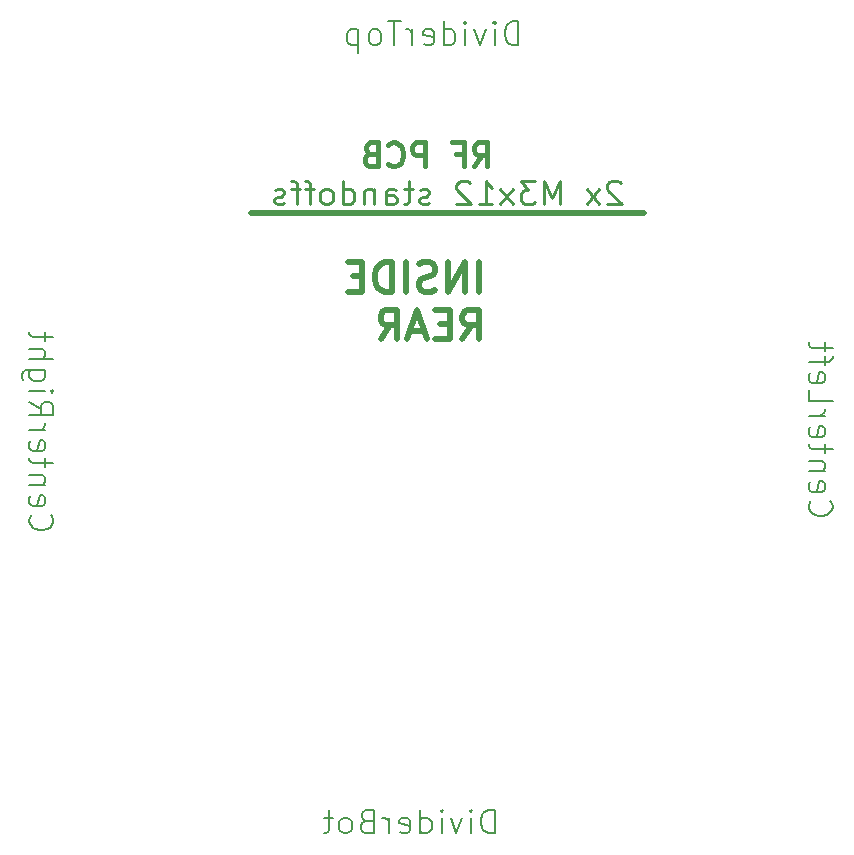
<source format=gbr>
%TF.GenerationSoftware,KiCad,Pcbnew,7.0.5-0*%
%TF.CreationDate,2024-04-21T20:23:48-04:00*%
%TF.ProjectId,swr_meter_divider,7377725f-6d65-4746-9572-5f6469766964,rev?*%
%TF.SameCoordinates,Original*%
%TF.FileFunction,Legend,Bot*%
%TF.FilePolarity,Positive*%
%FSLAX46Y46*%
G04 Gerber Fmt 4.6, Leading zero omitted, Abs format (unit mm)*
G04 Created by KiCad (PCBNEW 7.0.5-0) date 2024-04-21 20:23:48*
%MOMM*%
%LPD*%
G01*
G04 APERTURE LIST*
%ADD10C,0.500000*%
%ADD11C,0.200000*%
%ADD12C,0.400000*%
%ADD13C,0.250000*%
G04 APERTURE END LIST*
D10*
X121525542Y-45083627D02*
X154825542Y-45083627D01*
D11*
X102971180Y-70633001D02*
X102875942Y-70728239D01*
X102875942Y-70728239D02*
X102780703Y-71013953D01*
X102780703Y-71013953D02*
X102780703Y-71204429D01*
X102780703Y-71204429D02*
X102875942Y-71490144D01*
X102875942Y-71490144D02*
X103066418Y-71680620D01*
X103066418Y-71680620D02*
X103256894Y-71775858D01*
X103256894Y-71775858D02*
X103637846Y-71871096D01*
X103637846Y-71871096D02*
X103923561Y-71871096D01*
X103923561Y-71871096D02*
X104304513Y-71775858D01*
X104304513Y-71775858D02*
X104494989Y-71680620D01*
X104494989Y-71680620D02*
X104685465Y-71490144D01*
X104685465Y-71490144D02*
X104780703Y-71204429D01*
X104780703Y-71204429D02*
X104780703Y-71013953D01*
X104780703Y-71013953D02*
X104685465Y-70728239D01*
X104685465Y-70728239D02*
X104590227Y-70633001D01*
X102875942Y-69013953D02*
X102780703Y-69204429D01*
X102780703Y-69204429D02*
X102780703Y-69585382D01*
X102780703Y-69585382D02*
X102875942Y-69775858D01*
X102875942Y-69775858D02*
X103066418Y-69871096D01*
X103066418Y-69871096D02*
X103828322Y-69871096D01*
X103828322Y-69871096D02*
X104018799Y-69775858D01*
X104018799Y-69775858D02*
X104114037Y-69585382D01*
X104114037Y-69585382D02*
X104114037Y-69204429D01*
X104114037Y-69204429D02*
X104018799Y-69013953D01*
X104018799Y-69013953D02*
X103828322Y-68918715D01*
X103828322Y-68918715D02*
X103637846Y-68918715D01*
X103637846Y-68918715D02*
X103447370Y-69871096D01*
X104114037Y-68061572D02*
X102780703Y-68061572D01*
X103923561Y-68061572D02*
X104018799Y-67966334D01*
X104018799Y-67966334D02*
X104114037Y-67775858D01*
X104114037Y-67775858D02*
X104114037Y-67490143D01*
X104114037Y-67490143D02*
X104018799Y-67299667D01*
X104018799Y-67299667D02*
X103828322Y-67204429D01*
X103828322Y-67204429D02*
X102780703Y-67204429D01*
X104114037Y-66537762D02*
X104114037Y-65775858D01*
X104780703Y-66252048D02*
X103066418Y-66252048D01*
X103066418Y-66252048D02*
X102875942Y-66156810D01*
X102875942Y-66156810D02*
X102780703Y-65966334D01*
X102780703Y-65966334D02*
X102780703Y-65775858D01*
X102875942Y-64347286D02*
X102780703Y-64537762D01*
X102780703Y-64537762D02*
X102780703Y-64918715D01*
X102780703Y-64918715D02*
X102875942Y-65109191D01*
X102875942Y-65109191D02*
X103066418Y-65204429D01*
X103066418Y-65204429D02*
X103828322Y-65204429D01*
X103828322Y-65204429D02*
X104018799Y-65109191D01*
X104018799Y-65109191D02*
X104114037Y-64918715D01*
X104114037Y-64918715D02*
X104114037Y-64537762D01*
X104114037Y-64537762D02*
X104018799Y-64347286D01*
X104018799Y-64347286D02*
X103828322Y-64252048D01*
X103828322Y-64252048D02*
X103637846Y-64252048D01*
X103637846Y-64252048D02*
X103447370Y-65204429D01*
X102780703Y-63394905D02*
X104114037Y-63394905D01*
X103733084Y-63394905D02*
X103923561Y-63299667D01*
X103923561Y-63299667D02*
X104018799Y-63204429D01*
X104018799Y-63204429D02*
X104114037Y-63013953D01*
X104114037Y-63013953D02*
X104114037Y-62823476D01*
X102780703Y-61013953D02*
X103733084Y-61680620D01*
X102780703Y-62156810D02*
X104780703Y-62156810D01*
X104780703Y-62156810D02*
X104780703Y-61394905D01*
X104780703Y-61394905D02*
X104685465Y-61204429D01*
X104685465Y-61204429D02*
X104590227Y-61109191D01*
X104590227Y-61109191D02*
X104399751Y-61013953D01*
X104399751Y-61013953D02*
X104114037Y-61013953D01*
X104114037Y-61013953D02*
X103923561Y-61109191D01*
X103923561Y-61109191D02*
X103828322Y-61204429D01*
X103828322Y-61204429D02*
X103733084Y-61394905D01*
X103733084Y-61394905D02*
X103733084Y-62156810D01*
X102780703Y-60156810D02*
X104114037Y-60156810D01*
X104780703Y-60156810D02*
X104685465Y-60252048D01*
X104685465Y-60252048D02*
X104590227Y-60156810D01*
X104590227Y-60156810D02*
X104685465Y-60061572D01*
X104685465Y-60061572D02*
X104780703Y-60156810D01*
X104780703Y-60156810D02*
X104590227Y-60156810D01*
X104114037Y-58347286D02*
X102494989Y-58347286D01*
X102494989Y-58347286D02*
X102304513Y-58442524D01*
X102304513Y-58442524D02*
X102209275Y-58537762D01*
X102209275Y-58537762D02*
X102114037Y-58728239D01*
X102114037Y-58728239D02*
X102114037Y-59013953D01*
X102114037Y-59013953D02*
X102209275Y-59204429D01*
X102875942Y-58347286D02*
X102780703Y-58537762D01*
X102780703Y-58537762D02*
X102780703Y-58918715D01*
X102780703Y-58918715D02*
X102875942Y-59109191D01*
X102875942Y-59109191D02*
X102971180Y-59204429D01*
X102971180Y-59204429D02*
X103161656Y-59299667D01*
X103161656Y-59299667D02*
X103733084Y-59299667D01*
X103733084Y-59299667D02*
X103923561Y-59204429D01*
X103923561Y-59204429D02*
X104018799Y-59109191D01*
X104018799Y-59109191D02*
X104114037Y-58918715D01*
X104114037Y-58918715D02*
X104114037Y-58537762D01*
X104114037Y-58537762D02*
X104018799Y-58347286D01*
X102780703Y-57394905D02*
X104780703Y-57394905D01*
X102780703Y-56537762D02*
X103828322Y-56537762D01*
X103828322Y-56537762D02*
X104018799Y-56633000D01*
X104018799Y-56633000D02*
X104114037Y-56823476D01*
X104114037Y-56823476D02*
X104114037Y-57109191D01*
X104114037Y-57109191D02*
X104018799Y-57299667D01*
X104018799Y-57299667D02*
X103923561Y-57394905D01*
X104114037Y-55871095D02*
X104114037Y-55109191D01*
X104780703Y-55585381D02*
X103066418Y-55585381D01*
X103066418Y-55585381D02*
X102875942Y-55490143D01*
X102875942Y-55490143D02*
X102780703Y-55299667D01*
X102780703Y-55299667D02*
X102780703Y-55109191D01*
D12*
X140393337Y-41068065D02*
X141060004Y-40115684D01*
X141536194Y-41068065D02*
X141536194Y-39068065D01*
X141536194Y-39068065D02*
X140774289Y-39068065D01*
X140774289Y-39068065D02*
X140583813Y-39163303D01*
X140583813Y-39163303D02*
X140488575Y-39258541D01*
X140488575Y-39258541D02*
X140393337Y-39449017D01*
X140393337Y-39449017D02*
X140393337Y-39734731D01*
X140393337Y-39734731D02*
X140488575Y-39925207D01*
X140488575Y-39925207D02*
X140583813Y-40020446D01*
X140583813Y-40020446D02*
X140774289Y-40115684D01*
X140774289Y-40115684D02*
X141536194Y-40115684D01*
X138869527Y-40020446D02*
X139536194Y-40020446D01*
X139536194Y-41068065D02*
X139536194Y-39068065D01*
X139536194Y-39068065D02*
X138583813Y-39068065D01*
X136298098Y-41068065D02*
X136298098Y-39068065D01*
X136298098Y-39068065D02*
X135536193Y-39068065D01*
X135536193Y-39068065D02*
X135345717Y-39163303D01*
X135345717Y-39163303D02*
X135250479Y-39258541D01*
X135250479Y-39258541D02*
X135155241Y-39449017D01*
X135155241Y-39449017D02*
X135155241Y-39734731D01*
X135155241Y-39734731D02*
X135250479Y-39925207D01*
X135250479Y-39925207D02*
X135345717Y-40020446D01*
X135345717Y-40020446D02*
X135536193Y-40115684D01*
X135536193Y-40115684D02*
X136298098Y-40115684D01*
X133155241Y-40877588D02*
X133250479Y-40972827D01*
X133250479Y-40972827D02*
X133536193Y-41068065D01*
X133536193Y-41068065D02*
X133726669Y-41068065D01*
X133726669Y-41068065D02*
X134012384Y-40972827D01*
X134012384Y-40972827D02*
X134202860Y-40782350D01*
X134202860Y-40782350D02*
X134298098Y-40591874D01*
X134298098Y-40591874D02*
X134393336Y-40210922D01*
X134393336Y-40210922D02*
X134393336Y-39925207D01*
X134393336Y-39925207D02*
X134298098Y-39544255D01*
X134298098Y-39544255D02*
X134202860Y-39353779D01*
X134202860Y-39353779D02*
X134012384Y-39163303D01*
X134012384Y-39163303D02*
X133726669Y-39068065D01*
X133726669Y-39068065D02*
X133536193Y-39068065D01*
X133536193Y-39068065D02*
X133250479Y-39163303D01*
X133250479Y-39163303D02*
X133155241Y-39258541D01*
X131631431Y-40020446D02*
X131345717Y-40115684D01*
X131345717Y-40115684D02*
X131250479Y-40210922D01*
X131250479Y-40210922D02*
X131155241Y-40401398D01*
X131155241Y-40401398D02*
X131155241Y-40687112D01*
X131155241Y-40687112D02*
X131250479Y-40877588D01*
X131250479Y-40877588D02*
X131345717Y-40972827D01*
X131345717Y-40972827D02*
X131536193Y-41068065D01*
X131536193Y-41068065D02*
X132298098Y-41068065D01*
X132298098Y-41068065D02*
X132298098Y-39068065D01*
X132298098Y-39068065D02*
X131631431Y-39068065D01*
X131631431Y-39068065D02*
X131440955Y-39163303D01*
X131440955Y-39163303D02*
X131345717Y-39258541D01*
X131345717Y-39258541D02*
X131250479Y-39449017D01*
X131250479Y-39449017D02*
X131250479Y-39639493D01*
X131250479Y-39639493D02*
X131345717Y-39829969D01*
X131345717Y-39829969D02*
X131440955Y-39925207D01*
X131440955Y-39925207D02*
X131631431Y-40020446D01*
X131631431Y-40020446D02*
X132298098Y-40020446D01*
D10*
X140851356Y-51726674D02*
X140851356Y-49226674D01*
X139660880Y-51726674D02*
X139660880Y-49226674D01*
X139660880Y-49226674D02*
X138232309Y-51726674D01*
X138232309Y-51726674D02*
X138232309Y-49226674D01*
X137160880Y-51607627D02*
X136803737Y-51726674D01*
X136803737Y-51726674D02*
X136208499Y-51726674D01*
X136208499Y-51726674D02*
X135970404Y-51607627D01*
X135970404Y-51607627D02*
X135851356Y-51488579D01*
X135851356Y-51488579D02*
X135732309Y-51250484D01*
X135732309Y-51250484D02*
X135732309Y-51012388D01*
X135732309Y-51012388D02*
X135851356Y-50774293D01*
X135851356Y-50774293D02*
X135970404Y-50655246D01*
X135970404Y-50655246D02*
X136208499Y-50536198D01*
X136208499Y-50536198D02*
X136684690Y-50417150D01*
X136684690Y-50417150D02*
X136922785Y-50298103D01*
X136922785Y-50298103D02*
X137041832Y-50179055D01*
X137041832Y-50179055D02*
X137160880Y-49940960D01*
X137160880Y-49940960D02*
X137160880Y-49702865D01*
X137160880Y-49702865D02*
X137041832Y-49464769D01*
X137041832Y-49464769D02*
X136922785Y-49345722D01*
X136922785Y-49345722D02*
X136684690Y-49226674D01*
X136684690Y-49226674D02*
X136089451Y-49226674D01*
X136089451Y-49226674D02*
X135732309Y-49345722D01*
X134660880Y-51726674D02*
X134660880Y-49226674D01*
X133470404Y-51726674D02*
X133470404Y-49226674D01*
X133470404Y-49226674D02*
X132875166Y-49226674D01*
X132875166Y-49226674D02*
X132518023Y-49345722D01*
X132518023Y-49345722D02*
X132279928Y-49583817D01*
X132279928Y-49583817D02*
X132160881Y-49821912D01*
X132160881Y-49821912D02*
X132041833Y-50298103D01*
X132041833Y-50298103D02*
X132041833Y-50655246D01*
X132041833Y-50655246D02*
X132160881Y-51131436D01*
X132160881Y-51131436D02*
X132279928Y-51369531D01*
X132279928Y-51369531D02*
X132518023Y-51607627D01*
X132518023Y-51607627D02*
X132875166Y-51726674D01*
X132875166Y-51726674D02*
X133470404Y-51726674D01*
X130970404Y-50417150D02*
X130137071Y-50417150D01*
X129779928Y-51726674D02*
X130970404Y-51726674D01*
X130970404Y-51726674D02*
X130970404Y-49226674D01*
X130970404Y-49226674D02*
X129779928Y-49226674D01*
X139422785Y-55751674D02*
X140256118Y-54561198D01*
X140851356Y-55751674D02*
X140851356Y-53251674D01*
X140851356Y-53251674D02*
X139898975Y-53251674D01*
X139898975Y-53251674D02*
X139660880Y-53370722D01*
X139660880Y-53370722D02*
X139541833Y-53489769D01*
X139541833Y-53489769D02*
X139422785Y-53727865D01*
X139422785Y-53727865D02*
X139422785Y-54085007D01*
X139422785Y-54085007D02*
X139541833Y-54323103D01*
X139541833Y-54323103D02*
X139660880Y-54442150D01*
X139660880Y-54442150D02*
X139898975Y-54561198D01*
X139898975Y-54561198D02*
X140851356Y-54561198D01*
X138351356Y-54442150D02*
X137518023Y-54442150D01*
X137160880Y-55751674D02*
X138351356Y-55751674D01*
X138351356Y-55751674D02*
X138351356Y-53251674D01*
X138351356Y-53251674D02*
X137160880Y-53251674D01*
X136208499Y-55037388D02*
X135018023Y-55037388D01*
X136446594Y-55751674D02*
X135613261Y-53251674D01*
X135613261Y-53251674D02*
X134779928Y-55751674D01*
X132518023Y-55751674D02*
X133351356Y-54561198D01*
X133946594Y-55751674D02*
X133946594Y-53251674D01*
X133946594Y-53251674D02*
X132994213Y-53251674D01*
X132994213Y-53251674D02*
X132756118Y-53370722D01*
X132756118Y-53370722D02*
X132637071Y-53489769D01*
X132637071Y-53489769D02*
X132518023Y-53727865D01*
X132518023Y-53727865D02*
X132518023Y-54085007D01*
X132518023Y-54085007D02*
X132637071Y-54323103D01*
X132637071Y-54323103D02*
X132756118Y-54442150D01*
X132756118Y-54442150D02*
X132994213Y-54561198D01*
X132994213Y-54561198D02*
X133946594Y-54561198D01*
D11*
X168971180Y-69433001D02*
X168875942Y-69528239D01*
X168875942Y-69528239D02*
X168780703Y-69813953D01*
X168780703Y-69813953D02*
X168780703Y-70004429D01*
X168780703Y-70004429D02*
X168875942Y-70290144D01*
X168875942Y-70290144D02*
X169066418Y-70480620D01*
X169066418Y-70480620D02*
X169256894Y-70575858D01*
X169256894Y-70575858D02*
X169637846Y-70671096D01*
X169637846Y-70671096D02*
X169923561Y-70671096D01*
X169923561Y-70671096D02*
X170304513Y-70575858D01*
X170304513Y-70575858D02*
X170494989Y-70480620D01*
X170494989Y-70480620D02*
X170685465Y-70290144D01*
X170685465Y-70290144D02*
X170780703Y-70004429D01*
X170780703Y-70004429D02*
X170780703Y-69813953D01*
X170780703Y-69813953D02*
X170685465Y-69528239D01*
X170685465Y-69528239D02*
X170590227Y-69433001D01*
X168875942Y-67813953D02*
X168780703Y-68004429D01*
X168780703Y-68004429D02*
X168780703Y-68385382D01*
X168780703Y-68385382D02*
X168875942Y-68575858D01*
X168875942Y-68575858D02*
X169066418Y-68671096D01*
X169066418Y-68671096D02*
X169828322Y-68671096D01*
X169828322Y-68671096D02*
X170018799Y-68575858D01*
X170018799Y-68575858D02*
X170114037Y-68385382D01*
X170114037Y-68385382D02*
X170114037Y-68004429D01*
X170114037Y-68004429D02*
X170018799Y-67813953D01*
X170018799Y-67813953D02*
X169828322Y-67718715D01*
X169828322Y-67718715D02*
X169637846Y-67718715D01*
X169637846Y-67718715D02*
X169447370Y-68671096D01*
X170114037Y-66861572D02*
X168780703Y-66861572D01*
X169923561Y-66861572D02*
X170018799Y-66766334D01*
X170018799Y-66766334D02*
X170114037Y-66575858D01*
X170114037Y-66575858D02*
X170114037Y-66290143D01*
X170114037Y-66290143D02*
X170018799Y-66099667D01*
X170018799Y-66099667D02*
X169828322Y-66004429D01*
X169828322Y-66004429D02*
X168780703Y-66004429D01*
X170114037Y-65337762D02*
X170114037Y-64575858D01*
X170780703Y-65052048D02*
X169066418Y-65052048D01*
X169066418Y-65052048D02*
X168875942Y-64956810D01*
X168875942Y-64956810D02*
X168780703Y-64766334D01*
X168780703Y-64766334D02*
X168780703Y-64575858D01*
X168875942Y-63147286D02*
X168780703Y-63337762D01*
X168780703Y-63337762D02*
X168780703Y-63718715D01*
X168780703Y-63718715D02*
X168875942Y-63909191D01*
X168875942Y-63909191D02*
X169066418Y-64004429D01*
X169066418Y-64004429D02*
X169828322Y-64004429D01*
X169828322Y-64004429D02*
X170018799Y-63909191D01*
X170018799Y-63909191D02*
X170114037Y-63718715D01*
X170114037Y-63718715D02*
X170114037Y-63337762D01*
X170114037Y-63337762D02*
X170018799Y-63147286D01*
X170018799Y-63147286D02*
X169828322Y-63052048D01*
X169828322Y-63052048D02*
X169637846Y-63052048D01*
X169637846Y-63052048D02*
X169447370Y-64004429D01*
X168780703Y-62194905D02*
X170114037Y-62194905D01*
X169733084Y-62194905D02*
X169923561Y-62099667D01*
X169923561Y-62099667D02*
X170018799Y-62004429D01*
X170018799Y-62004429D02*
X170114037Y-61813953D01*
X170114037Y-61813953D02*
X170114037Y-61623476D01*
X168780703Y-60004429D02*
X168780703Y-60956810D01*
X168780703Y-60956810D02*
X170780703Y-60956810D01*
X168875942Y-58575857D02*
X168780703Y-58766333D01*
X168780703Y-58766333D02*
X168780703Y-59147286D01*
X168780703Y-59147286D02*
X168875942Y-59337762D01*
X168875942Y-59337762D02*
X169066418Y-59433000D01*
X169066418Y-59433000D02*
X169828322Y-59433000D01*
X169828322Y-59433000D02*
X170018799Y-59337762D01*
X170018799Y-59337762D02*
X170114037Y-59147286D01*
X170114037Y-59147286D02*
X170114037Y-58766333D01*
X170114037Y-58766333D02*
X170018799Y-58575857D01*
X170018799Y-58575857D02*
X169828322Y-58480619D01*
X169828322Y-58480619D02*
X169637846Y-58480619D01*
X169637846Y-58480619D02*
X169447370Y-59433000D01*
X170114037Y-57909190D02*
X170114037Y-57147286D01*
X168780703Y-57623476D02*
X170494989Y-57623476D01*
X170494989Y-57623476D02*
X170685465Y-57528238D01*
X170685465Y-57528238D02*
X170780703Y-57337762D01*
X170780703Y-57337762D02*
X170780703Y-57147286D01*
X170114037Y-56766333D02*
X170114037Y-56004429D01*
X170780703Y-56480619D02*
X169066418Y-56480619D01*
X169066418Y-56480619D02*
X168875942Y-56385381D01*
X168875942Y-56385381D02*
X168780703Y-56194905D01*
X168780703Y-56194905D02*
X168780703Y-56004429D01*
D13*
X152842209Y-42516341D02*
X152746971Y-42421103D01*
X152746971Y-42421103D02*
X152556495Y-42325865D01*
X152556495Y-42325865D02*
X152080304Y-42325865D01*
X152080304Y-42325865D02*
X151889828Y-42421103D01*
X151889828Y-42421103D02*
X151794590Y-42516341D01*
X151794590Y-42516341D02*
X151699352Y-42706817D01*
X151699352Y-42706817D02*
X151699352Y-42897293D01*
X151699352Y-42897293D02*
X151794590Y-43183007D01*
X151794590Y-43183007D02*
X152937447Y-44325865D01*
X152937447Y-44325865D02*
X151699352Y-44325865D01*
X151032685Y-44325865D02*
X149985066Y-42992531D01*
X151032685Y-42992531D02*
X149985066Y-44325865D01*
X147699351Y-44325865D02*
X147699351Y-42325865D01*
X147699351Y-42325865D02*
X147032684Y-43754436D01*
X147032684Y-43754436D02*
X146366018Y-42325865D01*
X146366018Y-42325865D02*
X146366018Y-44325865D01*
X145604113Y-42325865D02*
X144366018Y-42325865D01*
X144366018Y-42325865D02*
X145032685Y-43087769D01*
X145032685Y-43087769D02*
X144746970Y-43087769D01*
X144746970Y-43087769D02*
X144556494Y-43183007D01*
X144556494Y-43183007D02*
X144461256Y-43278246D01*
X144461256Y-43278246D02*
X144366018Y-43468722D01*
X144366018Y-43468722D02*
X144366018Y-43944912D01*
X144366018Y-43944912D02*
X144461256Y-44135388D01*
X144461256Y-44135388D02*
X144556494Y-44230627D01*
X144556494Y-44230627D02*
X144746970Y-44325865D01*
X144746970Y-44325865D02*
X145318399Y-44325865D01*
X145318399Y-44325865D02*
X145508875Y-44230627D01*
X145508875Y-44230627D02*
X145604113Y-44135388D01*
X143699351Y-44325865D02*
X142651732Y-42992531D01*
X143699351Y-42992531D02*
X142651732Y-44325865D01*
X140842208Y-44325865D02*
X141985065Y-44325865D01*
X141413637Y-44325865D02*
X141413637Y-42325865D01*
X141413637Y-42325865D02*
X141604113Y-42611579D01*
X141604113Y-42611579D02*
X141794589Y-42802055D01*
X141794589Y-42802055D02*
X141985065Y-42897293D01*
X140080303Y-42516341D02*
X139985065Y-42421103D01*
X139985065Y-42421103D02*
X139794589Y-42325865D01*
X139794589Y-42325865D02*
X139318398Y-42325865D01*
X139318398Y-42325865D02*
X139127922Y-42421103D01*
X139127922Y-42421103D02*
X139032684Y-42516341D01*
X139032684Y-42516341D02*
X138937446Y-42706817D01*
X138937446Y-42706817D02*
X138937446Y-42897293D01*
X138937446Y-42897293D02*
X139032684Y-43183007D01*
X139032684Y-43183007D02*
X140175541Y-44325865D01*
X140175541Y-44325865D02*
X138937446Y-44325865D01*
X136651731Y-44230627D02*
X136461255Y-44325865D01*
X136461255Y-44325865D02*
X136080303Y-44325865D01*
X136080303Y-44325865D02*
X135889826Y-44230627D01*
X135889826Y-44230627D02*
X135794588Y-44040150D01*
X135794588Y-44040150D02*
X135794588Y-43944912D01*
X135794588Y-43944912D02*
X135889826Y-43754436D01*
X135889826Y-43754436D02*
X136080303Y-43659198D01*
X136080303Y-43659198D02*
X136366017Y-43659198D01*
X136366017Y-43659198D02*
X136556493Y-43563960D01*
X136556493Y-43563960D02*
X136651731Y-43373484D01*
X136651731Y-43373484D02*
X136651731Y-43278246D01*
X136651731Y-43278246D02*
X136556493Y-43087769D01*
X136556493Y-43087769D02*
X136366017Y-42992531D01*
X136366017Y-42992531D02*
X136080303Y-42992531D01*
X136080303Y-42992531D02*
X135889826Y-43087769D01*
X135223159Y-42992531D02*
X134461255Y-42992531D01*
X134937445Y-42325865D02*
X134937445Y-44040150D01*
X134937445Y-44040150D02*
X134842207Y-44230627D01*
X134842207Y-44230627D02*
X134651731Y-44325865D01*
X134651731Y-44325865D02*
X134461255Y-44325865D01*
X132937445Y-44325865D02*
X132937445Y-43278246D01*
X132937445Y-43278246D02*
X133032683Y-43087769D01*
X133032683Y-43087769D02*
X133223159Y-42992531D01*
X133223159Y-42992531D02*
X133604112Y-42992531D01*
X133604112Y-42992531D02*
X133794588Y-43087769D01*
X132937445Y-44230627D02*
X133127921Y-44325865D01*
X133127921Y-44325865D02*
X133604112Y-44325865D01*
X133604112Y-44325865D02*
X133794588Y-44230627D01*
X133794588Y-44230627D02*
X133889826Y-44040150D01*
X133889826Y-44040150D02*
X133889826Y-43849674D01*
X133889826Y-43849674D02*
X133794588Y-43659198D01*
X133794588Y-43659198D02*
X133604112Y-43563960D01*
X133604112Y-43563960D02*
X133127921Y-43563960D01*
X133127921Y-43563960D02*
X132937445Y-43468722D01*
X131985064Y-42992531D02*
X131985064Y-44325865D01*
X131985064Y-43183007D02*
X131889826Y-43087769D01*
X131889826Y-43087769D02*
X131699350Y-42992531D01*
X131699350Y-42992531D02*
X131413635Y-42992531D01*
X131413635Y-42992531D02*
X131223159Y-43087769D01*
X131223159Y-43087769D02*
X131127921Y-43278246D01*
X131127921Y-43278246D02*
X131127921Y-44325865D01*
X129318397Y-44325865D02*
X129318397Y-42325865D01*
X129318397Y-44230627D02*
X129508873Y-44325865D01*
X129508873Y-44325865D02*
X129889826Y-44325865D01*
X129889826Y-44325865D02*
X130080302Y-44230627D01*
X130080302Y-44230627D02*
X130175540Y-44135388D01*
X130175540Y-44135388D02*
X130270778Y-43944912D01*
X130270778Y-43944912D02*
X130270778Y-43373484D01*
X130270778Y-43373484D02*
X130175540Y-43183007D01*
X130175540Y-43183007D02*
X130080302Y-43087769D01*
X130080302Y-43087769D02*
X129889826Y-42992531D01*
X129889826Y-42992531D02*
X129508873Y-42992531D01*
X129508873Y-42992531D02*
X129318397Y-43087769D01*
X128080302Y-44325865D02*
X128270778Y-44230627D01*
X128270778Y-44230627D02*
X128366016Y-44135388D01*
X128366016Y-44135388D02*
X128461254Y-43944912D01*
X128461254Y-43944912D02*
X128461254Y-43373484D01*
X128461254Y-43373484D02*
X128366016Y-43183007D01*
X128366016Y-43183007D02*
X128270778Y-43087769D01*
X128270778Y-43087769D02*
X128080302Y-42992531D01*
X128080302Y-42992531D02*
X127794587Y-42992531D01*
X127794587Y-42992531D02*
X127604111Y-43087769D01*
X127604111Y-43087769D02*
X127508873Y-43183007D01*
X127508873Y-43183007D02*
X127413635Y-43373484D01*
X127413635Y-43373484D02*
X127413635Y-43944912D01*
X127413635Y-43944912D02*
X127508873Y-44135388D01*
X127508873Y-44135388D02*
X127604111Y-44230627D01*
X127604111Y-44230627D02*
X127794587Y-44325865D01*
X127794587Y-44325865D02*
X128080302Y-44325865D01*
X126842206Y-42992531D02*
X126080302Y-42992531D01*
X126556492Y-44325865D02*
X126556492Y-42611579D01*
X126556492Y-42611579D02*
X126461254Y-42421103D01*
X126461254Y-42421103D02*
X126270778Y-42325865D01*
X126270778Y-42325865D02*
X126080302Y-42325865D01*
X125699349Y-42992531D02*
X124937445Y-42992531D01*
X125413635Y-44325865D02*
X125413635Y-42611579D01*
X125413635Y-42611579D02*
X125318397Y-42421103D01*
X125318397Y-42421103D02*
X125127921Y-42325865D01*
X125127921Y-42325865D02*
X124937445Y-42325865D01*
X124366016Y-44230627D02*
X124175540Y-44325865D01*
X124175540Y-44325865D02*
X123794588Y-44325865D01*
X123794588Y-44325865D02*
X123604111Y-44230627D01*
X123604111Y-44230627D02*
X123508873Y-44040150D01*
X123508873Y-44040150D02*
X123508873Y-43944912D01*
X123508873Y-43944912D02*
X123604111Y-43754436D01*
X123604111Y-43754436D02*
X123794588Y-43659198D01*
X123794588Y-43659198D02*
X124080302Y-43659198D01*
X124080302Y-43659198D02*
X124270778Y-43563960D01*
X124270778Y-43563960D02*
X124366016Y-43373484D01*
X124366016Y-43373484D02*
X124366016Y-43278246D01*
X124366016Y-43278246D02*
X124270778Y-43087769D01*
X124270778Y-43087769D02*
X124080302Y-42992531D01*
X124080302Y-42992531D02*
X123794588Y-42992531D01*
X123794588Y-42992531D02*
X123604111Y-43087769D01*
D11*
X142167773Y-97578465D02*
X142167773Y-95578465D01*
X142167773Y-95578465D02*
X141691583Y-95578465D01*
X141691583Y-95578465D02*
X141405868Y-95673703D01*
X141405868Y-95673703D02*
X141215392Y-95864179D01*
X141215392Y-95864179D02*
X141120154Y-96054655D01*
X141120154Y-96054655D02*
X141024916Y-96435607D01*
X141024916Y-96435607D02*
X141024916Y-96721322D01*
X141024916Y-96721322D02*
X141120154Y-97102274D01*
X141120154Y-97102274D02*
X141215392Y-97292750D01*
X141215392Y-97292750D02*
X141405868Y-97483227D01*
X141405868Y-97483227D02*
X141691583Y-97578465D01*
X141691583Y-97578465D02*
X142167773Y-97578465D01*
X140167773Y-97578465D02*
X140167773Y-96245131D01*
X140167773Y-95578465D02*
X140263011Y-95673703D01*
X140263011Y-95673703D02*
X140167773Y-95768941D01*
X140167773Y-95768941D02*
X140072535Y-95673703D01*
X140072535Y-95673703D02*
X140167773Y-95578465D01*
X140167773Y-95578465D02*
X140167773Y-95768941D01*
X139405868Y-96245131D02*
X138929678Y-97578465D01*
X138929678Y-97578465D02*
X138453487Y-96245131D01*
X137691582Y-97578465D02*
X137691582Y-96245131D01*
X137691582Y-95578465D02*
X137786820Y-95673703D01*
X137786820Y-95673703D02*
X137691582Y-95768941D01*
X137691582Y-95768941D02*
X137596344Y-95673703D01*
X137596344Y-95673703D02*
X137691582Y-95578465D01*
X137691582Y-95578465D02*
X137691582Y-95768941D01*
X135882058Y-97578465D02*
X135882058Y-95578465D01*
X135882058Y-97483227D02*
X136072534Y-97578465D01*
X136072534Y-97578465D02*
X136453487Y-97578465D01*
X136453487Y-97578465D02*
X136643963Y-97483227D01*
X136643963Y-97483227D02*
X136739201Y-97387988D01*
X136739201Y-97387988D02*
X136834439Y-97197512D01*
X136834439Y-97197512D02*
X136834439Y-96626084D01*
X136834439Y-96626084D02*
X136739201Y-96435607D01*
X136739201Y-96435607D02*
X136643963Y-96340369D01*
X136643963Y-96340369D02*
X136453487Y-96245131D01*
X136453487Y-96245131D02*
X136072534Y-96245131D01*
X136072534Y-96245131D02*
X135882058Y-96340369D01*
X134167772Y-97483227D02*
X134358248Y-97578465D01*
X134358248Y-97578465D02*
X134739201Y-97578465D01*
X134739201Y-97578465D02*
X134929677Y-97483227D01*
X134929677Y-97483227D02*
X135024915Y-97292750D01*
X135024915Y-97292750D02*
X135024915Y-96530846D01*
X135024915Y-96530846D02*
X134929677Y-96340369D01*
X134929677Y-96340369D02*
X134739201Y-96245131D01*
X134739201Y-96245131D02*
X134358248Y-96245131D01*
X134358248Y-96245131D02*
X134167772Y-96340369D01*
X134167772Y-96340369D02*
X134072534Y-96530846D01*
X134072534Y-96530846D02*
X134072534Y-96721322D01*
X134072534Y-96721322D02*
X135024915Y-96911798D01*
X133215391Y-97578465D02*
X133215391Y-96245131D01*
X133215391Y-96626084D02*
X133120153Y-96435607D01*
X133120153Y-96435607D02*
X133024915Y-96340369D01*
X133024915Y-96340369D02*
X132834439Y-96245131D01*
X132834439Y-96245131D02*
X132643962Y-96245131D01*
X131310629Y-96530846D02*
X131024915Y-96626084D01*
X131024915Y-96626084D02*
X130929677Y-96721322D01*
X130929677Y-96721322D02*
X130834439Y-96911798D01*
X130834439Y-96911798D02*
X130834439Y-97197512D01*
X130834439Y-97197512D02*
X130929677Y-97387988D01*
X130929677Y-97387988D02*
X131024915Y-97483227D01*
X131024915Y-97483227D02*
X131215391Y-97578465D01*
X131215391Y-97578465D02*
X131977296Y-97578465D01*
X131977296Y-97578465D02*
X131977296Y-95578465D01*
X131977296Y-95578465D02*
X131310629Y-95578465D01*
X131310629Y-95578465D02*
X131120153Y-95673703D01*
X131120153Y-95673703D02*
X131024915Y-95768941D01*
X131024915Y-95768941D02*
X130929677Y-95959417D01*
X130929677Y-95959417D02*
X130929677Y-96149893D01*
X130929677Y-96149893D02*
X131024915Y-96340369D01*
X131024915Y-96340369D02*
X131120153Y-96435607D01*
X131120153Y-96435607D02*
X131310629Y-96530846D01*
X131310629Y-96530846D02*
X131977296Y-96530846D01*
X129691582Y-97578465D02*
X129882058Y-97483227D01*
X129882058Y-97483227D02*
X129977296Y-97387988D01*
X129977296Y-97387988D02*
X130072534Y-97197512D01*
X130072534Y-97197512D02*
X130072534Y-96626084D01*
X130072534Y-96626084D02*
X129977296Y-96435607D01*
X129977296Y-96435607D02*
X129882058Y-96340369D01*
X129882058Y-96340369D02*
X129691582Y-96245131D01*
X129691582Y-96245131D02*
X129405867Y-96245131D01*
X129405867Y-96245131D02*
X129215391Y-96340369D01*
X129215391Y-96340369D02*
X129120153Y-96435607D01*
X129120153Y-96435607D02*
X129024915Y-96626084D01*
X129024915Y-96626084D02*
X129024915Y-97197512D01*
X129024915Y-97197512D02*
X129120153Y-97387988D01*
X129120153Y-97387988D02*
X129215391Y-97483227D01*
X129215391Y-97483227D02*
X129405867Y-97578465D01*
X129405867Y-97578465D02*
X129691582Y-97578465D01*
X128453486Y-96245131D02*
X127691582Y-96245131D01*
X128167772Y-95578465D02*
X128167772Y-97292750D01*
X128167772Y-97292750D02*
X128072534Y-97483227D01*
X128072534Y-97483227D02*
X127882058Y-97578465D01*
X127882058Y-97578465D02*
X127691582Y-97578465D01*
X144167773Y-30828465D02*
X144167773Y-28828465D01*
X144167773Y-28828465D02*
X143691583Y-28828465D01*
X143691583Y-28828465D02*
X143405868Y-28923703D01*
X143405868Y-28923703D02*
X143215392Y-29114179D01*
X143215392Y-29114179D02*
X143120154Y-29304655D01*
X143120154Y-29304655D02*
X143024916Y-29685607D01*
X143024916Y-29685607D02*
X143024916Y-29971322D01*
X143024916Y-29971322D02*
X143120154Y-30352274D01*
X143120154Y-30352274D02*
X143215392Y-30542750D01*
X143215392Y-30542750D02*
X143405868Y-30733227D01*
X143405868Y-30733227D02*
X143691583Y-30828465D01*
X143691583Y-30828465D02*
X144167773Y-30828465D01*
X142167773Y-30828465D02*
X142167773Y-29495131D01*
X142167773Y-28828465D02*
X142263011Y-28923703D01*
X142263011Y-28923703D02*
X142167773Y-29018941D01*
X142167773Y-29018941D02*
X142072535Y-28923703D01*
X142072535Y-28923703D02*
X142167773Y-28828465D01*
X142167773Y-28828465D02*
X142167773Y-29018941D01*
X141405868Y-29495131D02*
X140929678Y-30828465D01*
X140929678Y-30828465D02*
X140453487Y-29495131D01*
X139691582Y-30828465D02*
X139691582Y-29495131D01*
X139691582Y-28828465D02*
X139786820Y-28923703D01*
X139786820Y-28923703D02*
X139691582Y-29018941D01*
X139691582Y-29018941D02*
X139596344Y-28923703D01*
X139596344Y-28923703D02*
X139691582Y-28828465D01*
X139691582Y-28828465D02*
X139691582Y-29018941D01*
X137882058Y-30828465D02*
X137882058Y-28828465D01*
X137882058Y-30733227D02*
X138072534Y-30828465D01*
X138072534Y-30828465D02*
X138453487Y-30828465D01*
X138453487Y-30828465D02*
X138643963Y-30733227D01*
X138643963Y-30733227D02*
X138739201Y-30637988D01*
X138739201Y-30637988D02*
X138834439Y-30447512D01*
X138834439Y-30447512D02*
X138834439Y-29876084D01*
X138834439Y-29876084D02*
X138739201Y-29685607D01*
X138739201Y-29685607D02*
X138643963Y-29590369D01*
X138643963Y-29590369D02*
X138453487Y-29495131D01*
X138453487Y-29495131D02*
X138072534Y-29495131D01*
X138072534Y-29495131D02*
X137882058Y-29590369D01*
X136167772Y-30733227D02*
X136358248Y-30828465D01*
X136358248Y-30828465D02*
X136739201Y-30828465D01*
X136739201Y-30828465D02*
X136929677Y-30733227D01*
X136929677Y-30733227D02*
X137024915Y-30542750D01*
X137024915Y-30542750D02*
X137024915Y-29780846D01*
X137024915Y-29780846D02*
X136929677Y-29590369D01*
X136929677Y-29590369D02*
X136739201Y-29495131D01*
X136739201Y-29495131D02*
X136358248Y-29495131D01*
X136358248Y-29495131D02*
X136167772Y-29590369D01*
X136167772Y-29590369D02*
X136072534Y-29780846D01*
X136072534Y-29780846D02*
X136072534Y-29971322D01*
X136072534Y-29971322D02*
X137024915Y-30161798D01*
X135215391Y-30828465D02*
X135215391Y-29495131D01*
X135215391Y-29876084D02*
X135120153Y-29685607D01*
X135120153Y-29685607D02*
X135024915Y-29590369D01*
X135024915Y-29590369D02*
X134834439Y-29495131D01*
X134834439Y-29495131D02*
X134643962Y-29495131D01*
X134263010Y-28828465D02*
X133120153Y-28828465D01*
X133691582Y-30828465D02*
X133691582Y-28828465D01*
X132167772Y-30828465D02*
X132358248Y-30733227D01*
X132358248Y-30733227D02*
X132453486Y-30637988D01*
X132453486Y-30637988D02*
X132548724Y-30447512D01*
X132548724Y-30447512D02*
X132548724Y-29876084D01*
X132548724Y-29876084D02*
X132453486Y-29685607D01*
X132453486Y-29685607D02*
X132358248Y-29590369D01*
X132358248Y-29590369D02*
X132167772Y-29495131D01*
X132167772Y-29495131D02*
X131882057Y-29495131D01*
X131882057Y-29495131D02*
X131691581Y-29590369D01*
X131691581Y-29590369D02*
X131596343Y-29685607D01*
X131596343Y-29685607D02*
X131501105Y-29876084D01*
X131501105Y-29876084D02*
X131501105Y-30447512D01*
X131501105Y-30447512D02*
X131596343Y-30637988D01*
X131596343Y-30637988D02*
X131691581Y-30733227D01*
X131691581Y-30733227D02*
X131882057Y-30828465D01*
X131882057Y-30828465D02*
X132167772Y-30828465D01*
X130643962Y-29495131D02*
X130643962Y-31495131D01*
X130643962Y-29590369D02*
X130453486Y-29495131D01*
X130453486Y-29495131D02*
X130072533Y-29495131D01*
X130072533Y-29495131D02*
X129882057Y-29590369D01*
X129882057Y-29590369D02*
X129786819Y-29685607D01*
X129786819Y-29685607D02*
X129691581Y-29876084D01*
X129691581Y-29876084D02*
X129691581Y-30447512D01*
X129691581Y-30447512D02*
X129786819Y-30637988D01*
X129786819Y-30637988D02*
X129882057Y-30733227D01*
X129882057Y-30733227D02*
X130072533Y-30828465D01*
X130072533Y-30828465D02*
X130453486Y-30828465D01*
X130453486Y-30828465D02*
X130643962Y-30733227D01*
M02*

</source>
